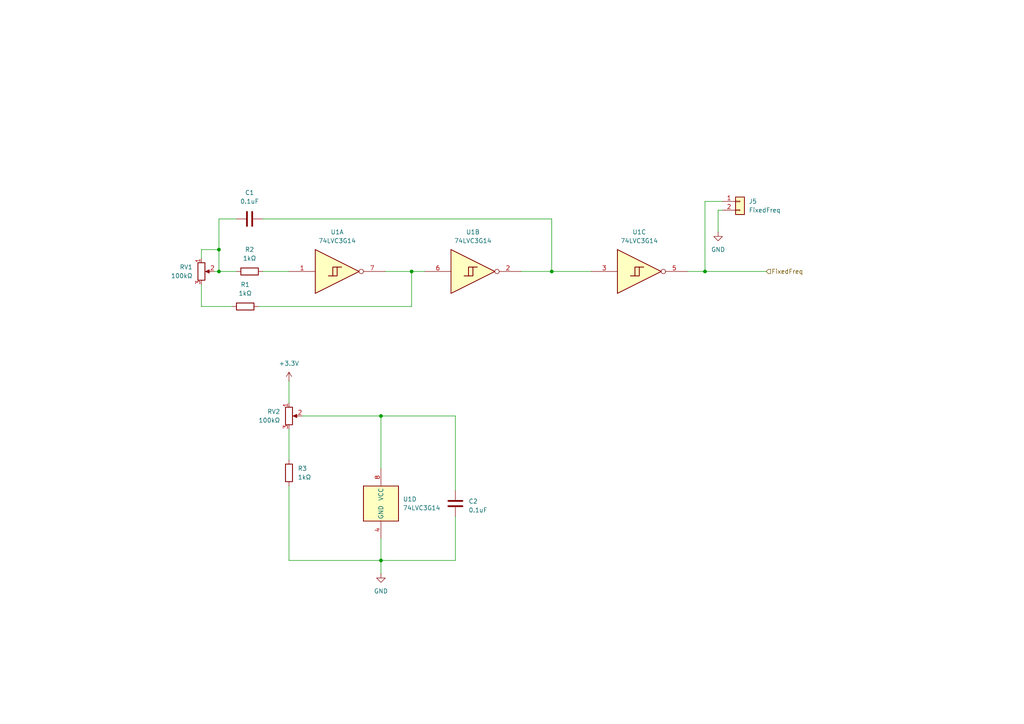
<source format=kicad_sch>
(kicad_sch (version 20250114) (generator "eeschema") (generator_version "9.0")
  (paper "A4")
  (lib_symbols
    (symbol "74xGxx:74LVC3G14"
      (property "Reference" "U" (at -2.54 7.62 0))
      (property "Value" "74LVC3G14" (at 2.54 -7.62 0))
      (symbol "74LVC3G14_1_1"
        (polyline (pts (xy -7.62 6.35) (xy -7.62 -6.35) (xy 5.08 0) (xy -7.62 6.35)) (stroke (width 0.254)) (fill (type background)))
        (polyline (pts (xy -3.81 -1.27) (xy -2.54 -1.27) (xy -2.54 1.27) (xy 0 1.27)) (stroke (width 0.254)) (fill (type background)))
        (polyline (pts (xy -2.54 -1.27) (xy -1.27 -1.27) (xy -1.27 1.27)) (stroke (width 0.254)) (fill (type background)))
        (pin input line (at -15.24 0 0) (length 7.62) (name "~") (number "1"))
        (pin output inverted (at 12.7 0 180) (length 7.62) (name "~") (number "7"))
      )
      (symbol "74LVC3G14_2_1"
        (polyline (pts (xy -7.62 6.35) (xy -7.62 -6.35) (xy 5.08 0) (xy -7.62 6.35)) (stroke (width 0.254)) (fill (type background)))
        (polyline (pts (xy -3.81 -1.27) (xy -2.54 -1.27) (xy -2.54 1.27) (xy 0 1.27)) (stroke (width 0.254)) (fill (type background)))
        (polyline (pts (xy -2.54 -1.27) (xy -1.27 -1.27) (xy -1.27 1.27)) (stroke (width 0.254)) (fill (type background)))
        (pin input line (at -15.24 0 0) (length 7.62) (name "~") (number "6"))
        (pin output inverted (at 12.7 0 180) (length 7.62) (name "~") (number "2"))
      )
      (symbol "74LVC3G14_3_1"
        (polyline (pts (xy -7.62 6.35) (xy -7.62 -6.35) (xy 5.08 0) (xy -7.62 6.35)) (stroke (width 0.254)) (fill (type background)))
        (polyline (pts (xy -3.81 -1.27) (xy -2.54 -1.27) (xy -2.54 1.27) (xy 0 1.27)) (stroke (width 0.254)) (fill (type background)))
        (polyline (pts (xy -2.54 -1.27) (xy -1.27 -1.27) (xy -1.27 1.27)) (stroke (width 0.254)) (fill (type background)))
        (pin input line (at -15.24 0 0) (length 7.62) (name "~") (number "3"))
        (pin output inverted (at 12.7 0 180) (length 7.62) (name "~") (number "5"))
      )
      (symbol "74LVC3G14_4_0"
        (rectangle (start -5.08 -5.08) (end 5.08 5.08) (stroke (width 0.254)) (fill (type background)))
      )
      (symbol "74LVC3G14_4_1"
        (pin power_in line (at 0 10.16 270) (length 5.08) (name "VCC") (number "8"))
        (pin power_in line (at 0 -10.16 90) (length 5.08) (name "GND") (number "4"))
      )
    )
    (symbol "Connector_Generic:Conn_01x02" (pin_names (offset 1.016) (hide yes))
      (property "Reference" "J" (at 0 2.54 0))
      (property "Value" "Conn_01x02" (at 0 -5.08 0))
      (symbol "Conn_01x02_1_1"
        (rectangle (start -1.27 1.27) (end 1.27 -3.81) (stroke (width 0.254)) (fill (type background)))
        (rectangle (start -1.27 0.127) (end 0 -0.127) (stroke (width 0.1524)))
        (rectangle (start -1.27 -2.413) (end 0 -2.667) (stroke (width 0.1524)))
        (pin passive line (at -5.08 0 0) (length 3.81) (name "Pin_1") (number "1"))
        (pin passive line (at -5.08 -2.54 0) (length 3.81) (name "Pin_2") (number "2"))
      )
    )
    (symbol "Device:C" (pin_numbers (hide yes)) (pin_names (offset 0.254))
      (property "Reference" "C" (at 0.635 2.54 0))
      (property "Value" "C" (at 0.635 -2.54 0))
      (symbol "C_0_1"
        (polyline (pts (xy -2.032 0.762) (xy 2.032 0.762)) (stroke (width 0.508)))
        (polyline (pts (xy -2.032 -0.762) (xy 2.032 -0.762)) (stroke (width 0.508)))
      )
      (symbol "C_1_1"
        (pin passive line (at 0 3.81 270) (length 2.794) (name "~") (number "1"))
        (pin passive line (at 0 -3.81 90) (length 2.794) (name "~") (number "2"))
      )
    )
    (symbol "Device:R" (pin_numbers (hide yes)) (pin_names (offset 0))
      (property "Reference" "R" (at 2.032 0 90))
      (property "Value" "R" (at 0 0 90))
      (symbol "R_0_1"
        (rectangle (start -1.016 -2.54) (end 1.016 2.54) (stroke (width 0.254)))
      )
      (symbol "R_1_1"
        (pin passive line (at 0 3.81 270) (length 1.27) (name "~") (number "1"))
        (pin passive line (at 0 -3.81 90) (length 1.27) (name "~") (number "2"))
      )
    )
    (symbol "Device:R_Potentiometer" (pin_names (offset 1.016) (hide yes))
      (property "Reference" "RV" (at -4.445 0 90))
      (property "Value" "R_Potentiometer" (at -2.54 0 90))
      (symbol "R_Potentiometer_0_1"
        (rectangle (start 1.016 2.54) (end -1.016 -2.54) (stroke (width 0.254)))
        (polyline (pts (xy 1.143 0) (xy 2.286 0.508) (xy 2.286 -0.508) (xy 1.143 0)) (fill (type outline)))
        (polyline (pts (xy 2.54 0) (xy 1.524 0)))
      )
      (symbol "R_Potentiometer_1_1"
        (pin passive line (at 0 3.81 270) (length 1.27) (name "1") (number "1"))
        (pin passive line (at 0 -3.81 90) (length 1.27) (name "3") (number "3"))
        (pin passive line (at 3.81 0 180) (length 1.27) (name "2") (number "2"))
      )
    )
    (symbol "power:+3.3V" (power) (pin_numbers (hide yes)) (pin_names (offset 0) (hide yes))
      (property "Value" "+3.3V" (at 0 3.556 0))
      (symbol "+3.3V_0_1"
        (polyline (pts (xy -0.762 1.27) (xy 0 2.54)))
        (polyline (pts (xy 0 2.54) (xy 0.762 1.27)))
        (polyline (pts (xy 0 0) (xy 0 2.54)))
      )
      (symbol "+3.3V_1_1"
        (pin power_in line (at 0 0 90) (length 0) (name "~") (number "1"))
      )
    )
    (symbol "power:GND" (power) (pin_numbers (hide yes)) (pin_names (offset 0) (hide yes))
      (property "Value" "GND" (at 0 -3.81 0))
      (symbol "GND_0_1"
        (polyline (pts (xy 0 0) (xy 0 -1.27) (xy 1.27 -1.27) (xy 0 -2.54) (xy -1.27 -1.27) (xy 0 -1.27)))
      )
      (symbol "GND_1_1"
        (pin power_in line (at 0 0 270) (length 0) (name "~") (number "1"))
      )
    )
  )
  (junction (at 110.49 120.65))
  (junction (at 63.5 72.39))
  (junction (at 160.02 78.74))
  (junction (at 204.47 78.74))
  (junction (at 110.49 162.56))
  (junction (at 119.38 78.74))
  (junction (at 63.5 78.74))
  (wire (pts (xy 63.5 63.5) (xy 63.5 72.39)))
  (wire (pts (xy 209.55 58.42) (xy 204.47 58.42)))
  (wire (pts (xy 204.47 58.42) (xy 204.47 78.74)))
  (wire (pts (xy 160.02 78.74) (xy 151.13 78.74)))
  (wire (pts (xy 199.39 78.74) (xy 204.47 78.74)))
  (wire (pts (xy 110.49 120.65) (xy 110.49 135.89)))
  (wire (pts (xy 110.49 120.65) (xy 87.63 120.65)))
  (wire (pts (xy 132.08 149.86) (xy 132.08 162.56)))
  (wire (pts (xy 58.42 82.55) (xy 58.42 88.9)))
  (wire (pts (xy 110.49 120.65) (xy 132.08 120.65)))
  (wire (pts (xy 110.49 162.56) (xy 110.49 166.37)))
  (wire (pts (xy 119.38 78.74) (xy 123.19 78.74)))
  (wire (pts (xy 83.82 110.49) (xy 83.82 116.84)))
  (wire (pts (xy 62.23 78.74) (xy 63.5 78.74)))
  (wire (pts (xy 63.5 78.74) (xy 68.58 78.74)))
  (wire (pts (xy 83.82 124.46) (xy 83.82 133.35)))
  (wire (pts (xy 160.02 78.74) (xy 171.45 78.74)))
  (wire (pts (xy 58.42 72.39) (xy 58.42 74.93)))
  (wire (pts (xy 63.5 72.39) (xy 58.42 72.39)))
  (wire (pts (xy 204.47 78.74) (xy 222.25 78.74)))
  (wire (pts (xy 74.93 88.9) (xy 119.38 88.9)))
  (wire (pts (xy 119.38 88.9) (xy 119.38 78.74)))
  (wire (pts (xy 83.82 140.97) (xy 83.82 162.56)))
  (wire (pts (xy 132.08 162.56) (xy 110.49 162.56)))
  (wire (pts (xy 58.42 88.9) (xy 67.31 88.9)))
  (wire (pts (xy 208.28 67.31) (xy 208.28 60.96)))
  (wire (pts (xy 110.49 162.56) (xy 110.49 156.21)))
  (wire (pts (xy 76.2 78.74) (xy 83.82 78.74)))
  (wire (pts (xy 68.58 63.5) (xy 63.5 63.5)))
  (wire (pts (xy 76.2 63.5) (xy 160.02 63.5)))
  (wire (pts (xy 208.28 60.96) (xy 209.55 60.96)))
  (wire (pts (xy 119.38 78.74) (xy 111.76 78.74)))
  (wire (pts (xy 83.82 162.56) (xy 110.49 162.56)))
  (wire (pts (xy 132.08 120.65) (xy 132.08 142.24)))
  (wire (pts (xy 63.5 78.74) (xy 63.5 72.39)))
  (wire (pts (xy 160.02 63.5) (xy 160.02 78.74)))
  (hierarchical_label "FixedFreq" (shape input) (at 222.25 78.74 0))
  (symbol (lib_id "power:GND") (at 110.49 166.37 0) (unit 1)
    (property "Reference" "#PWR03" (effects (hide yes)))
    (property "Value" "GND" (at 110.49 171.45 0))
    (property "Description" "Power symbol creates a global label with name \"GND\" , ground" (effects (hide yes)))
  )
  (symbol (lib_id "power:+3.3V") (at 83.82 110.49 0) (unit 1)
    (property "Reference" "#PWR02" (effects (hide yes)))
    (property "Value" "+3.3V" (at 83.82 105.41 0))
    (property "Description" "Power symbol creates a global label with name \"+3.3V\"" (effects (hide yes)))
  )
  (symbol (lib_id "Device:R") (at 71.12 88.9 270) (unit 1)
    (property "Reference" "R1" (at 71.12 82.55 90))
    (property "Value" "1kΩ" (at 71.12 85.09 90))
    (property "Footprint" "Resistor_SMD:R_0805_2012Metric" (effects (hide yes)))
  )
  (symbol (lib_id "74xGxx:74LVC3G14") (at 110.49 146.05 0) (unit 4)
    (property "Reference" "U1" (at 116.84 144.7799 0) (effects (justify left)))
    (property "Value" "74LVC3G14" (at 116.84 147.3199 0) (effects (justify left)))
    (property "Footprint" "Package_SO:VSSOP-8_2.3x2mm_P0.5mm" (effects (hide yes)))
    (property "Datasheet" "https://www.ti.com/lit/ds/symlink/sn74lvc3g14.pdf" (effects (hide yes)))
    (property "Description" "Triple NOT Gate Schmitt, Low-Voltage CMOS" (effects (hide yes)))
  )
  (symbol (lib_id "Connector_Generic:Conn_01x02") (at 214.63 58.42 0) (unit 1)
    (property "Reference" "J5" (at 217.17 58.4199 0) (effects (justify left)))
    (property "Value" "FixedFreq" (at 217.17 60.9599 0) (effects (justify left)))
    (property "Description" "Generic connector, single row, 01x02, script generated (kicad-library-utils/schlib/autogen/connector/)" (effects (hide yes)))
  )
  (symbol (lib_id "74xGxx:74LVC3G14") (at 138.43 78.74 0) (unit 2)
    (property "Reference" "U1" (at 137.16 67.31 0))
    (property "Value" "74LVC3G14" (at 137.16 69.85 0))
    (property "Footprint" "Package_SO:VSSOP-8_2.3x2mm_P0.5mm" (effects (hide yes)))
    (property "Datasheet" "https://www.ti.com/lit/ds/symlink/sn74lvc3g14.pdf" (effects (hide yes)))
    (property "Description" "Triple NOT Gate Schmitt, Low-Voltage CMOS" (effects (hide yes)))
  )
  (symbol (lib_id "Device:R") (at 83.82 137.16 180) (unit 1)
    (property "Reference" "R3" (at 86.36 135.8899 0) (effects (justify right)))
    (property "Value" "1kΩ" (at 86.36 138.4299 0) (effects (justify right)))
    (property "Footprint" "Resistor_SMD:R_0805_2012Metric" (effects (hide yes)))
  )
  (symbol (lib_id "Device:C") (at 72.39 63.5 90) (unit 1)
    (property "Reference" "C1" (at 72.39 55.88 90))
    (property "Value" "0.1uF" (at 72.39 58.42 90))
    (property "Footprint" "Capacitor_SMD:C_0805_2012Metric" (effects (hide yes)))
  )
  (symbol (lib_id "Device:R_Potentiometer") (at 83.82 120.65 0) (unit 1)
    (property "Reference" "RV2" (at 81.28 119.3799 0) (effects (justify right)))
    (property "Value" "100kΩ" (at 81.28 121.9199 0) (effects (justify right)))
    (property "Footprint" "Potentiometer_THT:Potentiometer_Bourns_3296W_Vertical" (effects (hide yes)))
  )
  (symbol (lib_id "Device:R") (at 72.39 78.74 270) (unit 1)
    (property "Reference" "R2" (at 72.39 72.39 90))
    (property "Value" "1kΩ" (at 72.39 74.93 90))
    (property "Footprint" "Resistor_SMD:R_0805_2012Metric" (effects (hide yes)))
  )
  (symbol (lib_id "74xGxx:74LVC3G14") (at 99.06 78.74 0) (unit 1)
    (property "Reference" "U1" (at 97.79 67.31 0))
    (property "Value" "74LVC3G14" (at 97.79 69.85 0))
    (property "Footprint" "Package_SO:VSSOP-8_2.3x2mm_P0.5mm" (effects (hide yes)))
    (property "Datasheet" "https://www.ti.com/lit/ds/symlink/sn74lvc3g14.pdf" (effects (hide yes)))
    (property "Description" "Triple NOT Gate Schmitt, Low-Voltage CMOS" (effects (hide yes)))
  )
  (symbol (lib_id "74xGxx:74LVC3G14") (at 186.69 78.74 0) (unit 3)
    (property "Reference" "U1" (at 185.42 67.31 0))
    (property "Value" "74LVC3G14" (at 185.42 69.85 0))
    (property "Footprint" "Package_SO:VSSOP-8_2.3x2mm_P0.5mm" (effects (hide yes)))
    (property "Datasheet" "https://www.ti.com/lit/ds/symlink/sn74lvc3g14.pdf" (effects (hide yes)))
    (property "Description" "Triple NOT Gate Schmitt, Low-Voltage CMOS" (effects (hide yes)))
  )
  (symbol (lib_id "Device:C") (at 132.08 146.05 0) (unit 1)
    (property "Reference" "C2" (at 135.89 145.415 0) (effects (justify left)))
    (property "Value" "0.1uF" (at 135.89 147.955 0) (effects (justify left)))
    (property "Footprint" "Capacitor_SMD:C_0805_2012Metric" (effects (hide yes)))
  )
  (symbol (lib_id "Device:R_Potentiometer") (at 58.42 78.74 0) (unit 1)
    (property "Reference" "RV1" (at 55.88 77.4699 0) (effects (justify right)))
    (property "Value" "100kΩ" (at 55.88 80.0099 0) (effects (justify right)))
    (property "Footprint" "Potentiometer_THT:Potentiometer_Bourns_3296W_Vertical" (effects (hide yes)))
  )
  (symbol (lib_id "power:GND") (at 208.28 67.31 0) (unit 1)
    (property "Reference" "#PWR04" (effects (hide yes)))
    (property "Value" "GND" (at 208.28 72.39 0))
    (property "Description" "Power symbol creates a global label with name \"GND\" , ground" (effects (hide yes)))
  )
)
</source>
